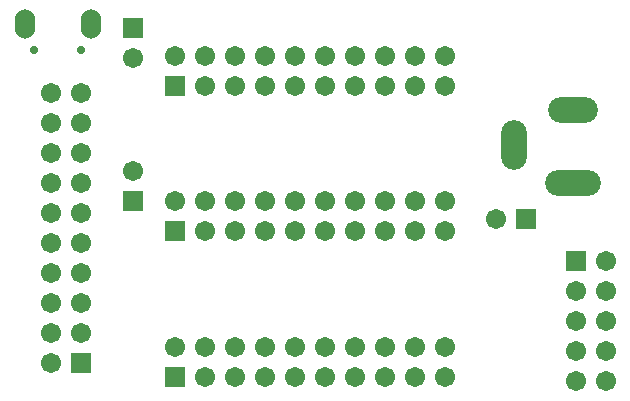
<source format=gts>
%FSLAX25Y25*%
%MOIN*%
G70*
G01*
G75*
G04 Layer_Color=8388736*
%ADD10R,0.05906X0.05906*%
%ADD11C,0.05906*%
%ADD12R,0.05906X0.05906*%
%ADD13O,0.17716X0.07874*%
%ADD14O,0.15748X0.07874*%
%ADD15O,0.07874X0.15748*%
%ADD16C,0.05906*%
%ADD17C,0.03150*%
%ADD18C,0.01969*%
%ADD19O,0.05906X0.09055*%
%ADD20R,0.05906X0.12598*%
%ADD21R,0.07874X0.03937*%
%ADD22R,0.03543X0.03150*%
%ADD23R,0.06102X0.06102*%
%ADD24O,0.01575X0.06299*%
%ADD25R,0.01575X0.06299*%
%ADD26R,0.11811X0.05906*%
%ADD27R,0.04724X0.05512*%
%ADD28R,0.05512X0.04724*%
%ADD29C,0.01181*%
%ADD30C,0.03937*%
%ADD31C,0.02362*%
%ADD32C,0.03150*%
%ADD33C,0.01575*%
%ADD34C,0.01000*%
%ADD35C,0.00787*%
%ADD36C,0.00800*%
%ADD37C,0.00591*%
%ADD38R,0.06706X0.06706*%
%ADD39C,0.06706*%
%ADD40R,0.06706X0.06706*%
%ADD41O,0.18517X0.08674*%
%ADD42O,0.16548X0.08674*%
%ADD43O,0.08674X0.16548*%
%ADD44C,0.06706*%
%ADD45C,0.03950*%
%ADD46C,0.02769*%
%ADD47O,0.06706X0.09855*%
D38*
X363500Y258000D02*
D03*
Y209500D02*
D03*
Y306500D02*
D03*
X480400Y262200D02*
D03*
D39*
X373500Y258000D02*
D03*
X383500D02*
D03*
X393500D02*
D03*
X403500D02*
D03*
X413500D02*
D03*
X423500D02*
D03*
X433500D02*
D03*
X443500D02*
D03*
X453500D02*
D03*
X363500Y268000D02*
D03*
X373500D02*
D03*
X383500D02*
D03*
X393500D02*
D03*
X403500D02*
D03*
X413500D02*
D03*
X423500D02*
D03*
X433500D02*
D03*
X443500D02*
D03*
X453500D02*
D03*
X373500Y209500D02*
D03*
X383500D02*
D03*
X393500D02*
D03*
X403500D02*
D03*
X413500D02*
D03*
X423500D02*
D03*
X433500D02*
D03*
X443500D02*
D03*
X453500D02*
D03*
X363500Y219500D02*
D03*
X373500D02*
D03*
X383500D02*
D03*
X393500D02*
D03*
X403500D02*
D03*
X413500D02*
D03*
X423500D02*
D03*
X433500D02*
D03*
X443500D02*
D03*
X453500D02*
D03*
X322000Y304000D02*
D03*
X332000D02*
D03*
X322000Y294000D02*
D03*
X332000D02*
D03*
X322000Y284000D02*
D03*
X332000D02*
D03*
X322000Y274000D02*
D03*
X332000D02*
D03*
X322000Y264000D02*
D03*
X332000D02*
D03*
X322000Y254000D02*
D03*
X332000D02*
D03*
X322000Y244000D02*
D03*
X332000D02*
D03*
X322000Y234000D02*
D03*
X332000D02*
D03*
X322000Y224000D02*
D03*
X332000D02*
D03*
X322000Y214000D02*
D03*
X373500Y306500D02*
D03*
X383500D02*
D03*
X393500D02*
D03*
X403500D02*
D03*
X413500D02*
D03*
X423500D02*
D03*
X433500D02*
D03*
X443500D02*
D03*
X453500D02*
D03*
X363500Y316500D02*
D03*
X373500D02*
D03*
X383500D02*
D03*
X393500D02*
D03*
X403500D02*
D03*
X413500D02*
D03*
X423500D02*
D03*
X433500D02*
D03*
X443500D02*
D03*
X453500D02*
D03*
X492063Y298472D02*
D03*
X499937D02*
D03*
X476315Y282724D02*
D03*
Y290598D02*
D03*
X507000Y248000D02*
D03*
X497000Y238000D02*
D03*
X507000D02*
D03*
X497000Y228000D02*
D03*
X507000D02*
D03*
X497000Y218000D02*
D03*
X507000D02*
D03*
X497000Y208000D02*
D03*
X507000D02*
D03*
X470400Y262200D02*
D03*
X349500Y315900D02*
D03*
Y278100D02*
D03*
D40*
X332000Y214000D02*
D03*
X497000Y248000D02*
D03*
X349500Y325900D02*
D03*
Y268100D02*
D03*
D41*
X496000Y274063D02*
D03*
D42*
Y298472D02*
D03*
D43*
X476315Y286661D02*
D03*
D44*
X500921Y274063D02*
D03*
X491079D02*
D03*
D45*
X313493Y328695D02*
D03*
Y325743D02*
D03*
X335343Y328695D02*
D03*
Y325743D02*
D03*
D46*
X332292Y318558D02*
D03*
X316544D02*
D03*
D47*
X313493Y327120D02*
D03*
X335343D02*
D03*
M02*

</source>
